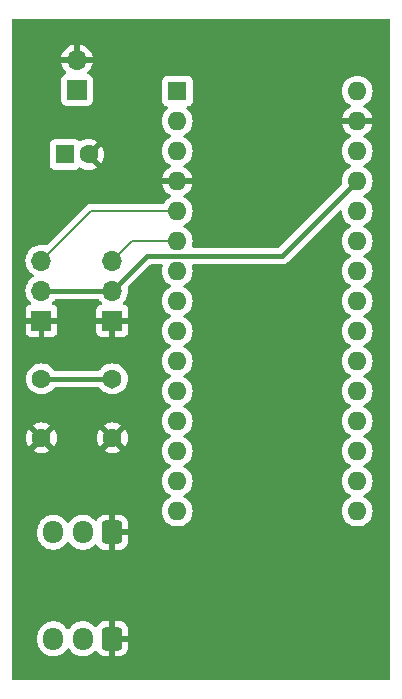
<source format=gtl>
G04 #@! TF.GenerationSoftware,KiCad,Pcbnew,8.0.4*
G04 #@! TF.CreationDate,2024-11-05T19:38:05-08:00*
G04 #@! TF.ProjectId,Engine Control Unit,456e6769-6e65-4204-936f-6e74726f6c20,rev?*
G04 #@! TF.SameCoordinates,Original*
G04 #@! TF.FileFunction,Copper,L1,Top*
G04 #@! TF.FilePolarity,Positive*
%FSLAX46Y46*%
G04 Gerber Fmt 4.6, Leading zero omitted, Abs format (unit mm)*
G04 Created by KiCad (PCBNEW 8.0.4) date 2024-11-05 19:38:05*
%MOMM*%
%LPD*%
G01*
G04 APERTURE LIST*
G04 Aperture macros list*
%AMRoundRect*
0 Rectangle with rounded corners*
0 $1 Rounding radius*
0 $2 $3 $4 $5 $6 $7 $8 $9 X,Y pos of 4 corners*
0 Add a 4 corners polygon primitive as box body*
4,1,4,$2,$3,$4,$5,$6,$7,$8,$9,$2,$3,0*
0 Add four circle primitives for the rounded corners*
1,1,$1+$1,$2,$3*
1,1,$1+$1,$4,$5*
1,1,$1+$1,$6,$7*
1,1,$1+$1,$8,$9*
0 Add four rect primitives between the rounded corners*
20,1,$1+$1,$2,$3,$4,$5,0*
20,1,$1+$1,$4,$5,$6,$7,0*
20,1,$1+$1,$6,$7,$8,$9,0*
20,1,$1+$1,$8,$9,$2,$3,0*%
G04 Aperture macros list end*
G04 #@! TA.AperFunction,ComponentPad*
%ADD10R,1.700000X1.700000*%
G04 #@! TD*
G04 #@! TA.AperFunction,ComponentPad*
%ADD11O,1.700000X1.700000*%
G04 #@! TD*
G04 #@! TA.AperFunction,ComponentPad*
%ADD12C,1.600000*%
G04 #@! TD*
G04 #@! TA.AperFunction,ComponentPad*
%ADD13R,1.600000X1.600000*%
G04 #@! TD*
G04 #@! TA.AperFunction,ComponentPad*
%ADD14RoundRect,0.250000X0.600000X0.725000X-0.600000X0.725000X-0.600000X-0.725000X0.600000X-0.725000X0*%
G04 #@! TD*
G04 #@! TA.AperFunction,ComponentPad*
%ADD15O,1.700000X1.950000*%
G04 #@! TD*
G04 #@! TA.AperFunction,ComponentPad*
%ADD16O,1.600000X1.600000*%
G04 #@! TD*
G04 #@! TA.AperFunction,Conductor*
%ADD17C,0.200000*%
G04 #@! TD*
G04 #@! TA.AperFunction,Conductor*
%ADD18C,0.400000*%
G04 #@! TD*
G04 #@! TA.AperFunction,Conductor*
%ADD19C,0.150000*%
G04 #@! TD*
G04 APERTURE END LIST*
D10*
X129000000Y-101080000D03*
D11*
X129000000Y-98540000D03*
X129000000Y-96000000D03*
D12*
X135000000Y-111000000D03*
X135000000Y-106000000D03*
D13*
X131000000Y-87000000D03*
D12*
X133000000Y-87000000D03*
D14*
X135000000Y-119000000D03*
D15*
X132500000Y-119000000D03*
X130000000Y-119000000D03*
D12*
X129000000Y-111000000D03*
X129000000Y-106000000D03*
D10*
X135000000Y-101080000D03*
D11*
X135000000Y-98540000D03*
X135000000Y-96000000D03*
D14*
X135000000Y-128000000D03*
D15*
X132500000Y-128000000D03*
X130000000Y-128000000D03*
D13*
X140500000Y-81640000D03*
D16*
X140500000Y-84180000D03*
X140500000Y-86720000D03*
X140500000Y-89260000D03*
X140500000Y-91800000D03*
X140500000Y-94340000D03*
X140500000Y-96880000D03*
X140500000Y-99420000D03*
X140500000Y-101960000D03*
X140500000Y-104500000D03*
X140500000Y-107040000D03*
X140500000Y-109580000D03*
X140500000Y-112120000D03*
X140500000Y-114660000D03*
X140500000Y-117200000D03*
X155740000Y-117200000D03*
X155740000Y-114660000D03*
X155740000Y-112120000D03*
X155740000Y-109580000D03*
X155740000Y-107040000D03*
X155740000Y-104500000D03*
X155740000Y-101960000D03*
X155740000Y-99420000D03*
X155740000Y-96880000D03*
X155740000Y-94340000D03*
X155740000Y-91800000D03*
X155740000Y-89260000D03*
X155740000Y-86720000D03*
X155740000Y-84180000D03*
X155740000Y-81640000D03*
D10*
X132000000Y-81540000D03*
D11*
X132000000Y-79000000D03*
D17*
X135000000Y-96000000D02*
X136660000Y-94340000D01*
X136660000Y-94340000D02*
X140500000Y-94340000D01*
X129000000Y-96000000D02*
X133200000Y-91800000D01*
X133200000Y-91800000D02*
X140500000Y-91800000D01*
D18*
X129000000Y-98540000D02*
X132250000Y-98540000D01*
X155740000Y-89260000D02*
X149400000Y-95600000D01*
D19*
X130000000Y-119000000D02*
X130002000Y-118998000D01*
D18*
X149400000Y-95600000D02*
X137940000Y-95600000D01*
X129000000Y-106000000D02*
X135000000Y-106000000D01*
D19*
X135000000Y-106750000D02*
X135000000Y-106000000D01*
D18*
X137940000Y-95600000D02*
X135000000Y-98540000D01*
X132250000Y-98540000D02*
X135000000Y-98540000D01*
G04 #@! TA.AperFunction,Conductor*
G36*
X158442539Y-75520185D02*
G01*
X158488294Y-75572989D01*
X158499500Y-75624500D01*
X158499500Y-131375500D01*
X158479815Y-131442539D01*
X158427011Y-131488294D01*
X158375500Y-131499500D01*
X126624500Y-131499500D01*
X126557461Y-131479815D01*
X126511706Y-131427011D01*
X126500500Y-131375500D01*
X126500500Y-127768713D01*
X128649500Y-127768713D01*
X128649500Y-128231287D01*
X128682754Y-128441243D01*
X128693722Y-128475000D01*
X128748444Y-128643414D01*
X128844951Y-128832820D01*
X128969890Y-129004786D01*
X129120213Y-129155109D01*
X129292179Y-129280048D01*
X129292181Y-129280049D01*
X129292184Y-129280051D01*
X129481588Y-129376557D01*
X129683757Y-129442246D01*
X129893713Y-129475500D01*
X129893714Y-129475500D01*
X130106286Y-129475500D01*
X130106287Y-129475500D01*
X130316243Y-129442246D01*
X130518412Y-129376557D01*
X130707816Y-129280051D01*
X130729789Y-129264086D01*
X130879786Y-129155109D01*
X130879788Y-129155106D01*
X130879792Y-129155104D01*
X131030104Y-129004792D01*
X131149683Y-128840204D01*
X131205011Y-128797540D01*
X131274624Y-128791561D01*
X131336420Y-128824166D01*
X131350313Y-128840199D01*
X131377552Y-128877690D01*
X131469896Y-129004792D01*
X131620213Y-129155109D01*
X131792179Y-129280048D01*
X131792181Y-129280049D01*
X131792184Y-129280051D01*
X131981588Y-129376557D01*
X132183757Y-129442246D01*
X132393713Y-129475500D01*
X132393714Y-129475500D01*
X132606286Y-129475500D01*
X132606287Y-129475500D01*
X132816243Y-129442246D01*
X133018412Y-129376557D01*
X133207816Y-129280051D01*
X133265141Y-129238402D01*
X133379784Y-129155110D01*
X133379784Y-129155109D01*
X133379792Y-129155104D01*
X133518967Y-129015928D01*
X133580286Y-128982446D01*
X133649978Y-128987430D01*
X133705912Y-129029301D01*
X133712184Y-129038515D01*
X133807684Y-129193345D01*
X133931654Y-129317315D01*
X134080875Y-129409356D01*
X134080880Y-129409358D01*
X134247302Y-129464505D01*
X134247309Y-129464506D01*
X134350019Y-129474999D01*
X134749999Y-129474999D01*
X134750000Y-129474998D01*
X134750000Y-128404145D01*
X134816657Y-128442630D01*
X134937465Y-128475000D01*
X135062535Y-128475000D01*
X135183343Y-128442630D01*
X135250000Y-128404145D01*
X135250000Y-129474999D01*
X135649972Y-129474999D01*
X135649986Y-129474998D01*
X135752697Y-129464505D01*
X135919119Y-129409358D01*
X135919124Y-129409356D01*
X136068345Y-129317315D01*
X136192315Y-129193345D01*
X136284356Y-129044124D01*
X136284358Y-129044119D01*
X136339505Y-128877697D01*
X136339506Y-128877690D01*
X136349999Y-128774986D01*
X136350000Y-128774973D01*
X136350000Y-128250000D01*
X135404146Y-128250000D01*
X135442630Y-128183343D01*
X135475000Y-128062535D01*
X135475000Y-127937465D01*
X135442630Y-127816657D01*
X135404146Y-127750000D01*
X136349999Y-127750000D01*
X136349999Y-127225028D01*
X136349998Y-127225013D01*
X136339505Y-127122302D01*
X136284358Y-126955880D01*
X136284356Y-126955875D01*
X136192315Y-126806654D01*
X136068345Y-126682684D01*
X135919124Y-126590643D01*
X135919119Y-126590641D01*
X135752697Y-126535494D01*
X135752690Y-126535493D01*
X135649986Y-126525000D01*
X135250000Y-126525000D01*
X135250000Y-127595854D01*
X135183343Y-127557370D01*
X135062535Y-127525000D01*
X134937465Y-127525000D01*
X134816657Y-127557370D01*
X134750000Y-127595854D01*
X134750000Y-126525000D01*
X134350028Y-126525000D01*
X134350012Y-126525001D01*
X134247302Y-126535494D01*
X134080880Y-126590641D01*
X134080875Y-126590643D01*
X133931654Y-126682684D01*
X133807683Y-126806655D01*
X133807680Y-126806659D01*
X133712183Y-126961484D01*
X133660235Y-127008209D01*
X133591273Y-127019430D01*
X133527191Y-126991587D01*
X133518964Y-126984068D01*
X133379786Y-126844890D01*
X133207820Y-126719951D01*
X133018414Y-126623444D01*
X133018413Y-126623443D01*
X133018412Y-126623443D01*
X132816243Y-126557754D01*
X132816241Y-126557753D01*
X132816240Y-126557753D01*
X132654957Y-126532208D01*
X132606287Y-126524500D01*
X132393713Y-126524500D01*
X132345042Y-126532208D01*
X132183760Y-126557753D01*
X131981585Y-126623444D01*
X131792179Y-126719951D01*
X131620213Y-126844890D01*
X131469894Y-126995209D01*
X131469890Y-126995214D01*
X131350318Y-127159793D01*
X131294989Y-127202459D01*
X131225375Y-127208438D01*
X131163580Y-127175833D01*
X131149682Y-127159793D01*
X131030109Y-126995214D01*
X131030105Y-126995209D01*
X130879786Y-126844890D01*
X130707820Y-126719951D01*
X130518414Y-126623444D01*
X130518413Y-126623443D01*
X130518412Y-126623443D01*
X130316243Y-126557754D01*
X130316241Y-126557753D01*
X130316240Y-126557753D01*
X130154957Y-126532208D01*
X130106287Y-126524500D01*
X129893713Y-126524500D01*
X129845042Y-126532208D01*
X129683760Y-126557753D01*
X129481585Y-126623444D01*
X129292179Y-126719951D01*
X129120213Y-126844890D01*
X128969890Y-126995213D01*
X128844951Y-127167179D01*
X128748444Y-127356585D01*
X128682753Y-127558760D01*
X128673069Y-127619905D01*
X128649500Y-127768713D01*
X126500500Y-127768713D01*
X126500500Y-118768713D01*
X128649500Y-118768713D01*
X128649500Y-119231287D01*
X128682754Y-119441243D01*
X128693722Y-119475000D01*
X128748444Y-119643414D01*
X128844951Y-119832820D01*
X128969890Y-120004786D01*
X129120213Y-120155109D01*
X129292179Y-120280048D01*
X129292181Y-120280049D01*
X129292184Y-120280051D01*
X129481588Y-120376557D01*
X129683757Y-120442246D01*
X129893713Y-120475500D01*
X129893714Y-120475500D01*
X130106286Y-120475500D01*
X130106287Y-120475500D01*
X130316243Y-120442246D01*
X130518412Y-120376557D01*
X130707816Y-120280051D01*
X130729789Y-120264086D01*
X130879786Y-120155109D01*
X130879788Y-120155106D01*
X130879792Y-120155104D01*
X131030104Y-120004792D01*
X131149683Y-119840204D01*
X131205011Y-119797540D01*
X131274624Y-119791561D01*
X131336420Y-119824166D01*
X131350313Y-119840199D01*
X131377552Y-119877690D01*
X131469896Y-120004792D01*
X131620213Y-120155109D01*
X131792179Y-120280048D01*
X131792181Y-120280049D01*
X131792184Y-120280051D01*
X131981588Y-120376557D01*
X132183757Y-120442246D01*
X132393713Y-120475500D01*
X132393714Y-120475500D01*
X132606286Y-120475500D01*
X132606287Y-120475500D01*
X132816243Y-120442246D01*
X133018412Y-120376557D01*
X133207816Y-120280051D01*
X133265141Y-120238402D01*
X133379784Y-120155110D01*
X133379784Y-120155109D01*
X133379792Y-120155104D01*
X133518967Y-120015928D01*
X133580286Y-119982446D01*
X133649978Y-119987430D01*
X133705912Y-120029301D01*
X133712184Y-120038515D01*
X133807684Y-120193345D01*
X133931654Y-120317315D01*
X134080875Y-120409356D01*
X134080880Y-120409358D01*
X134247302Y-120464505D01*
X134247309Y-120464506D01*
X134350019Y-120474999D01*
X134749999Y-120474999D01*
X134750000Y-120474998D01*
X134750000Y-119404145D01*
X134816657Y-119442630D01*
X134937465Y-119475000D01*
X135062535Y-119475000D01*
X135183343Y-119442630D01*
X135250000Y-119404145D01*
X135250000Y-120474999D01*
X135649972Y-120474999D01*
X135649986Y-120474998D01*
X135752697Y-120464505D01*
X135919119Y-120409358D01*
X135919124Y-120409356D01*
X136068345Y-120317315D01*
X136192315Y-120193345D01*
X136284356Y-120044124D01*
X136284358Y-120044119D01*
X136339505Y-119877697D01*
X136339506Y-119877690D01*
X136349999Y-119774986D01*
X136350000Y-119774973D01*
X136350000Y-119250000D01*
X135404146Y-119250000D01*
X135442630Y-119183343D01*
X135475000Y-119062535D01*
X135475000Y-118937465D01*
X135442630Y-118816657D01*
X135404146Y-118750000D01*
X136349999Y-118750000D01*
X136349999Y-118225028D01*
X136349998Y-118225013D01*
X136339505Y-118122302D01*
X136284358Y-117955880D01*
X136284356Y-117955875D01*
X136192315Y-117806654D01*
X136068345Y-117682684D01*
X135919124Y-117590643D01*
X135919119Y-117590641D01*
X135752697Y-117535494D01*
X135752690Y-117535493D01*
X135649986Y-117525000D01*
X135250000Y-117525000D01*
X135250000Y-118595854D01*
X135183343Y-118557370D01*
X135062535Y-118525000D01*
X134937465Y-118525000D01*
X134816657Y-118557370D01*
X134750000Y-118595854D01*
X134750000Y-117525000D01*
X134350028Y-117525000D01*
X134350012Y-117525001D01*
X134247302Y-117535494D01*
X134080880Y-117590641D01*
X134080875Y-117590643D01*
X133931654Y-117682684D01*
X133807683Y-117806655D01*
X133807680Y-117806659D01*
X133712183Y-117961484D01*
X133660235Y-118008209D01*
X133591273Y-118019430D01*
X133527191Y-117991587D01*
X133518964Y-117984068D01*
X133379786Y-117844890D01*
X133207820Y-117719951D01*
X133018414Y-117623444D01*
X133018413Y-117623443D01*
X133018412Y-117623443D01*
X132816243Y-117557754D01*
X132816241Y-117557753D01*
X132816240Y-117557753D01*
X132654957Y-117532208D01*
X132606287Y-117524500D01*
X132393713Y-117524500D01*
X132345042Y-117532208D01*
X132183760Y-117557753D01*
X131981585Y-117623444D01*
X131792179Y-117719951D01*
X131620213Y-117844890D01*
X131469894Y-117995209D01*
X131469890Y-117995214D01*
X131350318Y-118159793D01*
X131294989Y-118202459D01*
X131225375Y-118208438D01*
X131163580Y-118175833D01*
X131149682Y-118159793D01*
X131030109Y-117995214D01*
X131030105Y-117995209D01*
X130879786Y-117844890D01*
X130707820Y-117719951D01*
X130518414Y-117623444D01*
X130518413Y-117623443D01*
X130518412Y-117623443D01*
X130316243Y-117557754D01*
X130316241Y-117557753D01*
X130316240Y-117557753D01*
X130154957Y-117532208D01*
X130106287Y-117524500D01*
X129893713Y-117524500D01*
X129845042Y-117532208D01*
X129683760Y-117557753D01*
X129481585Y-117623444D01*
X129292179Y-117719951D01*
X129120213Y-117844890D01*
X128969890Y-117995213D01*
X128844951Y-118167179D01*
X128748444Y-118356585D01*
X128682753Y-118558760D01*
X128673069Y-118619905D01*
X128649500Y-118768713D01*
X126500500Y-118768713D01*
X126500500Y-110999997D01*
X127695034Y-110999997D01*
X127695034Y-111000002D01*
X127714858Y-111226599D01*
X127714860Y-111226610D01*
X127773730Y-111446317D01*
X127773735Y-111446331D01*
X127869863Y-111652478D01*
X127920974Y-111725472D01*
X128600000Y-111046446D01*
X128600000Y-111052661D01*
X128627259Y-111154394D01*
X128679920Y-111245606D01*
X128754394Y-111320080D01*
X128845606Y-111372741D01*
X128947339Y-111400000D01*
X128953553Y-111400000D01*
X128274526Y-112079025D01*
X128347513Y-112130132D01*
X128347521Y-112130136D01*
X128553668Y-112226264D01*
X128553682Y-112226269D01*
X128773389Y-112285139D01*
X128773400Y-112285141D01*
X128999998Y-112304966D01*
X129000002Y-112304966D01*
X129226599Y-112285141D01*
X129226610Y-112285139D01*
X129446317Y-112226269D01*
X129446331Y-112226264D01*
X129652478Y-112130136D01*
X129725471Y-112079024D01*
X129046447Y-111400000D01*
X129052661Y-111400000D01*
X129154394Y-111372741D01*
X129245606Y-111320080D01*
X129320080Y-111245606D01*
X129372741Y-111154394D01*
X129400000Y-111052661D01*
X129400000Y-111046447D01*
X130079024Y-111725471D01*
X130130136Y-111652478D01*
X130226264Y-111446331D01*
X130226269Y-111446317D01*
X130285139Y-111226610D01*
X130285141Y-111226599D01*
X130304966Y-111000002D01*
X130304966Y-110999997D01*
X133695034Y-110999997D01*
X133695034Y-111000002D01*
X133714858Y-111226599D01*
X133714860Y-111226610D01*
X133773730Y-111446317D01*
X133773735Y-111446331D01*
X133869863Y-111652478D01*
X133920974Y-111725472D01*
X134600000Y-111046446D01*
X134600000Y-111052661D01*
X134627259Y-111154394D01*
X134679920Y-111245606D01*
X134754394Y-111320080D01*
X134845606Y-111372741D01*
X134947339Y-111400000D01*
X134953553Y-111400000D01*
X134274526Y-112079025D01*
X134347513Y-112130132D01*
X134347521Y-112130136D01*
X134553668Y-112226264D01*
X134553682Y-112226269D01*
X134773389Y-112285139D01*
X134773400Y-112285141D01*
X134999998Y-112304966D01*
X135000002Y-112304966D01*
X135226599Y-112285141D01*
X135226610Y-112285139D01*
X135446317Y-112226269D01*
X135446331Y-112226264D01*
X135652478Y-112130136D01*
X135725471Y-112079024D01*
X135046447Y-111400000D01*
X135052661Y-111400000D01*
X135154394Y-111372741D01*
X135245606Y-111320080D01*
X135320080Y-111245606D01*
X135372741Y-111154394D01*
X135400000Y-111052661D01*
X135400000Y-111046447D01*
X136079024Y-111725471D01*
X136130136Y-111652478D01*
X136226264Y-111446331D01*
X136226269Y-111446317D01*
X136285139Y-111226610D01*
X136285141Y-111226599D01*
X136304966Y-111000002D01*
X136304966Y-110999997D01*
X136285141Y-110773400D01*
X136285139Y-110773389D01*
X136226269Y-110553682D01*
X136226264Y-110553668D01*
X136130136Y-110347521D01*
X136130132Y-110347513D01*
X136079025Y-110274526D01*
X135400000Y-110953551D01*
X135400000Y-110947339D01*
X135372741Y-110845606D01*
X135320080Y-110754394D01*
X135245606Y-110679920D01*
X135154394Y-110627259D01*
X135052661Y-110600000D01*
X135046448Y-110600000D01*
X135725472Y-109920974D01*
X135652478Y-109869863D01*
X135446331Y-109773735D01*
X135446317Y-109773730D01*
X135226610Y-109714860D01*
X135226599Y-109714858D01*
X135000002Y-109695034D01*
X134999998Y-109695034D01*
X134773400Y-109714858D01*
X134773389Y-109714860D01*
X134553682Y-109773730D01*
X134553673Y-109773734D01*
X134347516Y-109869866D01*
X134347512Y-109869868D01*
X134274526Y-109920973D01*
X134274526Y-109920974D01*
X134953553Y-110600000D01*
X134947339Y-110600000D01*
X134845606Y-110627259D01*
X134754394Y-110679920D01*
X134679920Y-110754394D01*
X134627259Y-110845606D01*
X134600000Y-110947339D01*
X134600000Y-110953552D01*
X133920974Y-110274526D01*
X133920973Y-110274526D01*
X133869868Y-110347512D01*
X133869866Y-110347516D01*
X133773734Y-110553673D01*
X133773730Y-110553682D01*
X133714860Y-110773389D01*
X133714858Y-110773400D01*
X133695034Y-110999997D01*
X130304966Y-110999997D01*
X130285141Y-110773400D01*
X130285139Y-110773389D01*
X130226269Y-110553682D01*
X130226264Y-110553668D01*
X130130136Y-110347521D01*
X130130132Y-110347513D01*
X130079025Y-110274526D01*
X129400000Y-110953551D01*
X129400000Y-110947339D01*
X129372741Y-110845606D01*
X129320080Y-110754394D01*
X129245606Y-110679920D01*
X129154394Y-110627259D01*
X129052661Y-110600000D01*
X129046448Y-110600000D01*
X129725472Y-109920974D01*
X129652478Y-109869863D01*
X129446331Y-109773735D01*
X129446317Y-109773730D01*
X129226610Y-109714860D01*
X129226599Y-109714858D01*
X129000002Y-109695034D01*
X128999998Y-109695034D01*
X128773400Y-109714858D01*
X128773389Y-109714860D01*
X128553682Y-109773730D01*
X128553673Y-109773734D01*
X128347516Y-109869866D01*
X128347512Y-109869868D01*
X128274526Y-109920973D01*
X128274526Y-109920974D01*
X128953553Y-110600000D01*
X128947339Y-110600000D01*
X128845606Y-110627259D01*
X128754394Y-110679920D01*
X128679920Y-110754394D01*
X128627259Y-110845606D01*
X128600000Y-110947339D01*
X128600000Y-110953552D01*
X127920974Y-110274526D01*
X127920973Y-110274526D01*
X127869868Y-110347512D01*
X127869866Y-110347516D01*
X127773734Y-110553673D01*
X127773730Y-110553682D01*
X127714860Y-110773389D01*
X127714858Y-110773400D01*
X127695034Y-110999997D01*
X126500500Y-110999997D01*
X126500500Y-105999998D01*
X127694532Y-105999998D01*
X127694532Y-106000001D01*
X127714364Y-106226686D01*
X127714366Y-106226697D01*
X127773258Y-106446488D01*
X127773261Y-106446497D01*
X127869431Y-106652732D01*
X127869432Y-106652734D01*
X127999954Y-106839141D01*
X128160858Y-107000045D01*
X128160861Y-107000047D01*
X128347266Y-107130568D01*
X128553504Y-107226739D01*
X128773308Y-107285635D01*
X128935230Y-107299801D01*
X128999998Y-107305468D01*
X129000000Y-107305468D01*
X129000002Y-107305468D01*
X129056673Y-107300509D01*
X129226692Y-107285635D01*
X129446496Y-107226739D01*
X129652734Y-107130568D01*
X129839139Y-107000047D01*
X130000047Y-106839139D01*
X130060098Y-106753377D01*
X130114675Y-106709752D01*
X130161673Y-106700500D01*
X133838327Y-106700500D01*
X133905366Y-106720185D01*
X133939902Y-106753377D01*
X133999954Y-106839141D01*
X134160858Y-107000045D01*
X134160861Y-107000047D01*
X134347266Y-107130568D01*
X134553504Y-107226739D01*
X134773308Y-107285635D01*
X134773323Y-107285636D01*
X134774233Y-107285797D01*
X134784788Y-107288136D01*
X134924234Y-107325500D01*
X134924237Y-107325500D01*
X135075764Y-107325500D01*
X135075766Y-107325500D01*
X135215201Y-107288138D01*
X135225765Y-107285798D01*
X135226682Y-107285635D01*
X135226692Y-107285635D01*
X135446496Y-107226739D01*
X135652734Y-107130568D01*
X135839139Y-107000047D01*
X136000047Y-106839139D01*
X136130568Y-106652734D01*
X136226739Y-106446496D01*
X136285635Y-106226692D01*
X136305468Y-106000000D01*
X136285635Y-105773308D01*
X136226739Y-105553504D01*
X136130568Y-105347266D01*
X136000047Y-105160861D01*
X136000045Y-105160858D01*
X135839141Y-104999954D01*
X135652734Y-104869432D01*
X135652732Y-104869431D01*
X135446497Y-104773261D01*
X135446488Y-104773258D01*
X135226697Y-104714366D01*
X135226693Y-104714365D01*
X135226692Y-104714365D01*
X135226691Y-104714364D01*
X135226686Y-104714364D01*
X135000002Y-104694532D01*
X134999998Y-104694532D01*
X134773313Y-104714364D01*
X134773302Y-104714366D01*
X134553511Y-104773258D01*
X134553502Y-104773261D01*
X134347267Y-104869431D01*
X134347265Y-104869432D01*
X134160858Y-104999954D01*
X133999954Y-105160858D01*
X133939902Y-105246623D01*
X133885325Y-105290248D01*
X133838327Y-105299500D01*
X130161673Y-105299500D01*
X130094634Y-105279815D01*
X130060098Y-105246623D01*
X130000045Y-105160858D01*
X129839141Y-104999954D01*
X129652734Y-104869432D01*
X129652732Y-104869431D01*
X129446497Y-104773261D01*
X129446488Y-104773258D01*
X129226697Y-104714366D01*
X129226693Y-104714365D01*
X129226692Y-104714365D01*
X129226691Y-104714364D01*
X129226686Y-104714364D01*
X129000002Y-104694532D01*
X128999998Y-104694532D01*
X128773313Y-104714364D01*
X128773302Y-104714366D01*
X128553511Y-104773258D01*
X128553502Y-104773261D01*
X128347267Y-104869431D01*
X128347265Y-104869432D01*
X128160858Y-104999954D01*
X127999954Y-105160858D01*
X127869432Y-105347265D01*
X127869431Y-105347267D01*
X127773261Y-105553502D01*
X127773258Y-105553511D01*
X127714366Y-105773302D01*
X127714364Y-105773313D01*
X127694532Y-105999998D01*
X126500500Y-105999998D01*
X126500500Y-95999999D01*
X127644341Y-95999999D01*
X127644341Y-96000000D01*
X127664936Y-96235403D01*
X127664938Y-96235413D01*
X127726094Y-96463655D01*
X127726096Y-96463659D01*
X127726097Y-96463663D01*
X127814527Y-96653302D01*
X127825965Y-96677830D01*
X127825967Y-96677834D01*
X127961501Y-96871395D01*
X127961506Y-96871402D01*
X128128597Y-97038493D01*
X128128603Y-97038498D01*
X128314158Y-97168425D01*
X128357783Y-97223002D01*
X128364977Y-97292500D01*
X128333454Y-97354855D01*
X128314158Y-97371575D01*
X128128597Y-97501505D01*
X127961505Y-97668597D01*
X127825965Y-97862169D01*
X127825964Y-97862171D01*
X127726098Y-98076335D01*
X127726094Y-98076344D01*
X127664938Y-98304586D01*
X127664936Y-98304596D01*
X127644341Y-98539999D01*
X127644341Y-98540000D01*
X127664936Y-98775403D01*
X127664938Y-98775413D01*
X127726094Y-99003655D01*
X127726096Y-99003659D01*
X127726097Y-99003663D01*
X127814527Y-99193302D01*
X127825965Y-99217830D01*
X127825967Y-99217834D01*
X127934281Y-99372521D01*
X127961501Y-99411396D01*
X127961506Y-99411402D01*
X128083818Y-99533714D01*
X128117303Y-99595037D01*
X128112319Y-99664729D01*
X128070447Y-99720662D01*
X128039471Y-99737577D01*
X127907912Y-99786646D01*
X127907906Y-99786649D01*
X127792812Y-99872809D01*
X127792809Y-99872812D01*
X127706649Y-99987906D01*
X127706645Y-99987913D01*
X127656403Y-100122620D01*
X127656401Y-100122627D01*
X127650000Y-100182155D01*
X127650000Y-100830000D01*
X128566988Y-100830000D01*
X128534075Y-100887007D01*
X128500000Y-101014174D01*
X128500000Y-101145826D01*
X128534075Y-101272993D01*
X128566988Y-101330000D01*
X127650000Y-101330000D01*
X127650000Y-101977844D01*
X127656401Y-102037372D01*
X127656403Y-102037379D01*
X127706645Y-102172086D01*
X127706649Y-102172093D01*
X127792809Y-102287187D01*
X127792812Y-102287190D01*
X127907906Y-102373350D01*
X127907913Y-102373354D01*
X128042620Y-102423596D01*
X128042627Y-102423598D01*
X128102155Y-102429999D01*
X128102172Y-102430000D01*
X128750000Y-102430000D01*
X128750000Y-101513012D01*
X128807007Y-101545925D01*
X128934174Y-101580000D01*
X129065826Y-101580000D01*
X129192993Y-101545925D01*
X129250000Y-101513012D01*
X129250000Y-102430000D01*
X129897828Y-102430000D01*
X129897844Y-102429999D01*
X129957372Y-102423598D01*
X129957379Y-102423596D01*
X130092086Y-102373354D01*
X130092093Y-102373350D01*
X130207187Y-102287190D01*
X130207190Y-102287187D01*
X130293350Y-102172093D01*
X130293354Y-102172086D01*
X130343596Y-102037379D01*
X130343598Y-102037372D01*
X130349999Y-101977844D01*
X130350000Y-101977827D01*
X130350000Y-101330000D01*
X129433012Y-101330000D01*
X129465925Y-101272993D01*
X129500000Y-101145826D01*
X129500000Y-101014174D01*
X129465925Y-100887007D01*
X129433012Y-100830000D01*
X130350000Y-100830000D01*
X130350000Y-100182172D01*
X130349999Y-100182155D01*
X130343598Y-100122627D01*
X130343596Y-100122620D01*
X130293354Y-99987913D01*
X130293350Y-99987906D01*
X130207190Y-99872812D01*
X130207187Y-99872809D01*
X130092093Y-99786649D01*
X130092088Y-99786646D01*
X129960528Y-99737577D01*
X129904595Y-99695705D01*
X129880178Y-99630241D01*
X129895030Y-99561968D01*
X129916175Y-99533720D01*
X130038495Y-99411401D01*
X130121136Y-99293376D01*
X130175713Y-99249752D01*
X130222711Y-99240500D01*
X132181007Y-99240500D01*
X133777289Y-99240500D01*
X133844328Y-99260185D01*
X133878864Y-99293377D01*
X133961503Y-99411399D01*
X133961504Y-99411400D01*
X133961505Y-99411401D01*
X134083819Y-99533715D01*
X134117303Y-99595036D01*
X134112319Y-99664728D01*
X134070448Y-99720662D01*
X134039471Y-99737577D01*
X133907912Y-99786646D01*
X133907906Y-99786649D01*
X133792812Y-99872809D01*
X133792809Y-99872812D01*
X133706649Y-99987906D01*
X133706645Y-99987913D01*
X133656403Y-100122620D01*
X133656401Y-100122627D01*
X133650000Y-100182155D01*
X133650000Y-100830000D01*
X134566988Y-100830000D01*
X134534075Y-100887007D01*
X134500000Y-101014174D01*
X134500000Y-101145826D01*
X134534075Y-101272993D01*
X134566988Y-101330000D01*
X133650000Y-101330000D01*
X133650000Y-101977844D01*
X133656401Y-102037372D01*
X133656403Y-102037379D01*
X133706645Y-102172086D01*
X133706649Y-102172093D01*
X133792809Y-102287187D01*
X133792812Y-102287190D01*
X133907906Y-102373350D01*
X133907913Y-102373354D01*
X134042620Y-102423596D01*
X134042627Y-102423598D01*
X134102155Y-102429999D01*
X134102172Y-102430000D01*
X134750000Y-102430000D01*
X134750000Y-101513012D01*
X134807007Y-101545925D01*
X134934174Y-101580000D01*
X135065826Y-101580000D01*
X135192993Y-101545925D01*
X135250000Y-101513012D01*
X135250000Y-102430000D01*
X135897828Y-102430000D01*
X135897844Y-102429999D01*
X135957372Y-102423598D01*
X135957379Y-102423596D01*
X136092086Y-102373354D01*
X136092093Y-102373350D01*
X136207187Y-102287190D01*
X136207190Y-102287187D01*
X136293350Y-102172093D01*
X136293354Y-102172086D01*
X136343596Y-102037379D01*
X136343598Y-102037372D01*
X136349999Y-101977844D01*
X136350000Y-101977827D01*
X136350000Y-101330000D01*
X135433012Y-101330000D01*
X135465925Y-101272993D01*
X135500000Y-101145826D01*
X135500000Y-101014174D01*
X135465925Y-100887007D01*
X135433012Y-100830000D01*
X136350000Y-100830000D01*
X136350000Y-100182172D01*
X136349999Y-100182155D01*
X136343598Y-100122627D01*
X136343596Y-100122620D01*
X136293354Y-99987913D01*
X136293350Y-99987906D01*
X136207190Y-99872812D01*
X136207187Y-99872809D01*
X136092093Y-99786649D01*
X136092088Y-99786646D01*
X135960528Y-99737577D01*
X135904595Y-99695705D01*
X135880178Y-99630241D01*
X135895030Y-99561968D01*
X135916175Y-99533720D01*
X136038495Y-99411401D01*
X136174035Y-99217830D01*
X136273903Y-99003663D01*
X136335063Y-98775408D01*
X136355659Y-98540000D01*
X136335063Y-98304592D01*
X136330558Y-98287779D01*
X136332219Y-98217932D01*
X136362649Y-98168006D01*
X138193838Y-96336819D01*
X138255161Y-96303334D01*
X138281519Y-96300500D01*
X139147299Y-96300500D01*
X139214338Y-96320185D01*
X139260093Y-96372989D01*
X139270037Y-96442147D01*
X139267074Y-96456593D01*
X139214366Y-96653302D01*
X139214364Y-96653313D01*
X139194532Y-96879998D01*
X139194532Y-96880001D01*
X139214364Y-97106686D01*
X139214366Y-97106697D01*
X139273258Y-97326488D01*
X139273261Y-97326497D01*
X139369431Y-97532732D01*
X139369432Y-97532734D01*
X139499954Y-97719141D01*
X139660858Y-97880045D01*
X139660861Y-97880047D01*
X139847266Y-98010568D01*
X139905275Y-98037618D01*
X139957714Y-98083791D01*
X139976866Y-98150984D01*
X139956650Y-98217865D01*
X139905275Y-98262382D01*
X139847267Y-98289431D01*
X139847265Y-98289432D01*
X139660858Y-98419954D01*
X139499954Y-98580858D01*
X139369432Y-98767265D01*
X139369431Y-98767267D01*
X139273261Y-98973502D01*
X139273258Y-98973511D01*
X139214366Y-99193302D01*
X139214364Y-99193313D01*
X139194532Y-99419998D01*
X139194532Y-99420001D01*
X139214364Y-99646686D01*
X139214366Y-99646697D01*
X139273258Y-99866488D01*
X139273261Y-99866497D01*
X139369431Y-100072732D01*
X139369432Y-100072734D01*
X139499954Y-100259141D01*
X139660858Y-100420045D01*
X139660861Y-100420047D01*
X139847266Y-100550568D01*
X139905275Y-100577618D01*
X139957714Y-100623791D01*
X139976866Y-100690984D01*
X139956650Y-100757865D01*
X139905275Y-100802382D01*
X139847267Y-100829431D01*
X139847265Y-100829432D01*
X139660858Y-100959954D01*
X139499954Y-101120858D01*
X139369432Y-101307265D01*
X139369431Y-101307267D01*
X139273261Y-101513502D01*
X139273258Y-101513511D01*
X139214366Y-101733302D01*
X139214364Y-101733313D01*
X139194532Y-101959998D01*
X139194532Y-101960001D01*
X139214364Y-102186686D01*
X139214366Y-102186697D01*
X139273258Y-102406488D01*
X139273261Y-102406497D01*
X139369431Y-102612732D01*
X139369432Y-102612734D01*
X139499954Y-102799141D01*
X139660858Y-102960045D01*
X139660861Y-102960047D01*
X139847266Y-103090568D01*
X139905275Y-103117618D01*
X139957714Y-103163791D01*
X139976866Y-103230984D01*
X139956650Y-103297865D01*
X139905275Y-103342382D01*
X139847267Y-103369431D01*
X139847265Y-103369432D01*
X139660858Y-103499954D01*
X139499954Y-103660858D01*
X139369432Y-103847265D01*
X139369431Y-103847267D01*
X139273261Y-104053502D01*
X139273258Y-104053511D01*
X139214366Y-104273302D01*
X139214364Y-104273313D01*
X139194532Y-104499998D01*
X139194532Y-104500001D01*
X139214364Y-104726686D01*
X139214366Y-104726697D01*
X139273258Y-104946488D01*
X139273261Y-104946497D01*
X139369431Y-105152732D01*
X139369432Y-105152734D01*
X139499954Y-105339141D01*
X139660858Y-105500045D01*
X139660861Y-105500047D01*
X139847266Y-105630568D01*
X139905275Y-105657618D01*
X139957714Y-105703791D01*
X139976866Y-105770984D01*
X139956650Y-105837865D01*
X139905275Y-105882382D01*
X139847267Y-105909431D01*
X139847265Y-105909432D01*
X139660858Y-106039954D01*
X139499954Y-106200858D01*
X139369432Y-106387265D01*
X139369431Y-106387267D01*
X139273261Y-106593502D01*
X139273258Y-106593511D01*
X139214366Y-106813302D01*
X139214364Y-106813313D01*
X139194532Y-107039998D01*
X139194532Y-107040001D01*
X139214364Y-107266686D01*
X139214366Y-107266697D01*
X139273258Y-107486488D01*
X139273261Y-107486497D01*
X139369431Y-107692732D01*
X139369432Y-107692734D01*
X139499954Y-107879141D01*
X139660858Y-108040045D01*
X139660861Y-108040047D01*
X139847266Y-108170568D01*
X139905275Y-108197618D01*
X139957714Y-108243791D01*
X139976866Y-108310984D01*
X139956650Y-108377865D01*
X139905275Y-108422382D01*
X139847267Y-108449431D01*
X139847265Y-108449432D01*
X139660858Y-108579954D01*
X139499954Y-108740858D01*
X139369432Y-108927265D01*
X139369431Y-108927267D01*
X139273261Y-109133502D01*
X139273258Y-109133511D01*
X139214366Y-109353302D01*
X139214364Y-109353313D01*
X139194532Y-109579998D01*
X139194532Y-109580001D01*
X139214364Y-109806686D01*
X139214366Y-109806697D01*
X139273258Y-110026488D01*
X139273261Y-110026497D01*
X139369431Y-110232732D01*
X139369432Y-110232734D01*
X139499954Y-110419141D01*
X139660858Y-110580045D01*
X139660861Y-110580047D01*
X139847266Y-110710568D01*
X139905275Y-110737618D01*
X139957714Y-110783791D01*
X139976866Y-110850984D01*
X139956650Y-110917865D01*
X139905275Y-110962382D01*
X139847267Y-110989431D01*
X139847265Y-110989432D01*
X139660858Y-111119954D01*
X139499954Y-111280858D01*
X139369432Y-111467265D01*
X139369431Y-111467267D01*
X139273261Y-111673502D01*
X139273258Y-111673511D01*
X139214366Y-111893302D01*
X139214364Y-111893313D01*
X139194532Y-112119998D01*
X139194532Y-112120001D01*
X139214364Y-112346686D01*
X139214366Y-112346697D01*
X139273258Y-112566488D01*
X139273261Y-112566497D01*
X139369431Y-112772732D01*
X139369432Y-112772734D01*
X139499954Y-112959141D01*
X139660858Y-113120045D01*
X139660861Y-113120047D01*
X139847266Y-113250568D01*
X139905275Y-113277618D01*
X139957714Y-113323791D01*
X139976866Y-113390984D01*
X139956650Y-113457865D01*
X139905275Y-113502382D01*
X139847267Y-113529431D01*
X139847265Y-113529432D01*
X139660858Y-113659954D01*
X139499954Y-113820858D01*
X139369432Y-114007265D01*
X139369431Y-114007267D01*
X139273261Y-114213502D01*
X139273258Y-114213511D01*
X139214366Y-114433302D01*
X139214364Y-114433313D01*
X139194532Y-114659998D01*
X139194532Y-114660001D01*
X139214364Y-114886686D01*
X139214366Y-114886697D01*
X139273258Y-115106488D01*
X139273261Y-115106497D01*
X139369431Y-115312732D01*
X139369432Y-115312734D01*
X139499954Y-115499141D01*
X139660858Y-115660045D01*
X139660861Y-115660047D01*
X139847266Y-115790568D01*
X139905275Y-115817618D01*
X139957714Y-115863791D01*
X139976866Y-115930984D01*
X139956650Y-115997865D01*
X139905275Y-116042382D01*
X139847267Y-116069431D01*
X139847265Y-116069432D01*
X139660858Y-116199954D01*
X139499954Y-116360858D01*
X139369432Y-116547265D01*
X139369431Y-116547267D01*
X139273261Y-116753502D01*
X139273258Y-116753511D01*
X139214366Y-116973302D01*
X139214364Y-116973313D01*
X139194532Y-117199998D01*
X139194532Y-117200001D01*
X139214364Y-117426686D01*
X139214366Y-117426697D01*
X139273258Y-117646488D01*
X139273261Y-117646497D01*
X139369431Y-117852732D01*
X139369432Y-117852734D01*
X139499954Y-118039141D01*
X139660858Y-118200045D01*
X139660861Y-118200047D01*
X139847266Y-118330568D01*
X140053504Y-118426739D01*
X140273308Y-118485635D01*
X140435230Y-118499801D01*
X140499998Y-118505468D01*
X140500000Y-118505468D01*
X140500002Y-118505468D01*
X140556673Y-118500509D01*
X140726692Y-118485635D01*
X140946496Y-118426739D01*
X141152734Y-118330568D01*
X141339139Y-118200047D01*
X141500047Y-118039139D01*
X141630568Y-117852734D01*
X141726739Y-117646496D01*
X141785635Y-117426692D01*
X141805468Y-117200000D01*
X141785635Y-116973308D01*
X141726739Y-116753504D01*
X141630568Y-116547266D01*
X141500047Y-116360861D01*
X141500045Y-116360858D01*
X141339141Y-116199954D01*
X141152734Y-116069432D01*
X141152728Y-116069429D01*
X141094725Y-116042382D01*
X141042285Y-115996210D01*
X141023133Y-115929017D01*
X141043348Y-115862135D01*
X141094725Y-115817618D01*
X141152734Y-115790568D01*
X141339139Y-115660047D01*
X141500047Y-115499139D01*
X141630568Y-115312734D01*
X141726739Y-115106496D01*
X141785635Y-114886692D01*
X141805468Y-114660000D01*
X141785635Y-114433308D01*
X141726739Y-114213504D01*
X141630568Y-114007266D01*
X141500047Y-113820861D01*
X141500045Y-113820858D01*
X141339141Y-113659954D01*
X141152734Y-113529432D01*
X141152728Y-113529429D01*
X141094725Y-113502382D01*
X141042285Y-113456210D01*
X141023133Y-113389017D01*
X141043348Y-113322135D01*
X141094725Y-113277618D01*
X141152734Y-113250568D01*
X141339139Y-113120047D01*
X141500047Y-112959139D01*
X141630568Y-112772734D01*
X141726739Y-112566496D01*
X141785635Y-112346692D01*
X141805468Y-112120000D01*
X141785635Y-111893308D01*
X141726739Y-111673504D01*
X141630568Y-111467266D01*
X141500047Y-111280861D01*
X141500045Y-111280858D01*
X141339141Y-111119954D01*
X141152734Y-110989432D01*
X141152728Y-110989429D01*
X141094725Y-110962382D01*
X141042285Y-110916210D01*
X141023133Y-110849017D01*
X141043348Y-110782135D01*
X141094725Y-110737618D01*
X141152734Y-110710568D01*
X141339139Y-110580047D01*
X141500047Y-110419139D01*
X141630568Y-110232734D01*
X141726739Y-110026496D01*
X141785635Y-109806692D01*
X141805468Y-109580000D01*
X141785635Y-109353308D01*
X141726739Y-109133504D01*
X141630568Y-108927266D01*
X141500047Y-108740861D01*
X141500045Y-108740858D01*
X141339141Y-108579954D01*
X141152734Y-108449432D01*
X141152728Y-108449429D01*
X141094725Y-108422382D01*
X141042285Y-108376210D01*
X141023133Y-108309017D01*
X141043348Y-108242135D01*
X141094725Y-108197618D01*
X141152734Y-108170568D01*
X141339139Y-108040047D01*
X141500047Y-107879139D01*
X141630568Y-107692734D01*
X141726739Y-107486496D01*
X141785635Y-107266692D01*
X141805468Y-107040000D01*
X141785635Y-106813308D01*
X141726739Y-106593504D01*
X141630568Y-106387266D01*
X141500047Y-106200861D01*
X141500045Y-106200858D01*
X141339141Y-106039954D01*
X141152734Y-105909432D01*
X141152728Y-105909429D01*
X141094725Y-105882382D01*
X141042285Y-105836210D01*
X141023133Y-105769017D01*
X141043348Y-105702135D01*
X141094725Y-105657618D01*
X141152734Y-105630568D01*
X141339139Y-105500047D01*
X141500047Y-105339139D01*
X141630568Y-105152734D01*
X141726739Y-104946496D01*
X141785635Y-104726692D01*
X141805468Y-104500000D01*
X141785635Y-104273308D01*
X141726739Y-104053504D01*
X141630568Y-103847266D01*
X141500047Y-103660861D01*
X141500045Y-103660858D01*
X141339141Y-103499954D01*
X141152734Y-103369432D01*
X141152728Y-103369429D01*
X141094725Y-103342382D01*
X141042285Y-103296210D01*
X141023133Y-103229017D01*
X141043348Y-103162135D01*
X141094725Y-103117618D01*
X141152734Y-103090568D01*
X141339139Y-102960047D01*
X141500047Y-102799139D01*
X141630568Y-102612734D01*
X141726739Y-102406496D01*
X141785635Y-102186692D01*
X141805468Y-101960000D01*
X141785635Y-101733308D01*
X141726739Y-101513504D01*
X141630568Y-101307266D01*
X141500047Y-101120861D01*
X141500045Y-101120858D01*
X141339141Y-100959954D01*
X141152734Y-100829432D01*
X141152728Y-100829429D01*
X141094725Y-100802382D01*
X141042285Y-100756210D01*
X141023133Y-100689017D01*
X141043348Y-100622135D01*
X141094725Y-100577618D01*
X141152734Y-100550568D01*
X141339139Y-100420047D01*
X141500047Y-100259139D01*
X141630568Y-100072734D01*
X141726739Y-99866496D01*
X141785635Y-99646692D01*
X141805468Y-99420000D01*
X141785635Y-99193308D01*
X141726739Y-98973504D01*
X141630568Y-98767266D01*
X141500047Y-98580861D01*
X141500045Y-98580858D01*
X141339141Y-98419954D01*
X141152734Y-98289432D01*
X141152728Y-98289429D01*
X141094725Y-98262382D01*
X141042285Y-98216210D01*
X141023133Y-98149017D01*
X141043348Y-98082135D01*
X141094725Y-98037618D01*
X141152734Y-98010568D01*
X141339139Y-97880047D01*
X141500047Y-97719139D01*
X141630568Y-97532734D01*
X141726739Y-97326496D01*
X141785635Y-97106692D01*
X141805468Y-96880000D01*
X141785635Y-96653308D01*
X141757891Y-96549767D01*
X141732926Y-96456593D01*
X141734589Y-96386743D01*
X141773752Y-96328881D01*
X141837980Y-96301377D01*
X141852701Y-96300500D01*
X149468996Y-96300500D01*
X149560040Y-96282389D01*
X149604328Y-96273580D01*
X149716138Y-96227267D01*
X149731807Y-96220777D01*
X149731808Y-96220776D01*
X149731811Y-96220775D01*
X149846543Y-96144114D01*
X154226881Y-91763774D01*
X154288202Y-91730291D01*
X154357894Y-91735275D01*
X154413827Y-91777147D01*
X154438088Y-91840649D01*
X154454364Y-92026687D01*
X154454366Y-92026697D01*
X154513258Y-92246488D01*
X154513261Y-92246497D01*
X154609431Y-92452732D01*
X154609432Y-92452734D01*
X154739954Y-92639141D01*
X154900858Y-92800045D01*
X154900861Y-92800047D01*
X155087266Y-92930568D01*
X155145275Y-92957618D01*
X155197714Y-93003791D01*
X155216866Y-93070984D01*
X155196650Y-93137865D01*
X155145275Y-93182382D01*
X155087267Y-93209431D01*
X155087265Y-93209432D01*
X154900858Y-93339954D01*
X154739954Y-93500858D01*
X154609432Y-93687265D01*
X154609431Y-93687267D01*
X154513261Y-93893502D01*
X154513258Y-93893511D01*
X154454366Y-94113302D01*
X154454364Y-94113313D01*
X154434532Y-94339998D01*
X154434532Y-94340001D01*
X154454364Y-94566686D01*
X154454366Y-94566697D01*
X154513258Y-94786488D01*
X154513261Y-94786497D01*
X154609431Y-94992732D01*
X154609432Y-94992734D01*
X154739954Y-95179141D01*
X154900858Y-95340045D01*
X154900861Y-95340047D01*
X155087266Y-95470568D01*
X155145275Y-95497618D01*
X155197714Y-95543791D01*
X155216866Y-95610984D01*
X155196650Y-95677865D01*
X155145275Y-95722382D01*
X155087267Y-95749431D01*
X155087265Y-95749432D01*
X154900858Y-95879954D01*
X154739954Y-96040858D01*
X154609432Y-96227265D01*
X154609431Y-96227267D01*
X154513261Y-96433502D01*
X154513258Y-96433511D01*
X154454366Y-96653302D01*
X154454364Y-96653313D01*
X154434532Y-96879998D01*
X154434532Y-96880001D01*
X154454364Y-97106686D01*
X154454366Y-97106697D01*
X154513258Y-97326488D01*
X154513261Y-97326497D01*
X154609431Y-97532732D01*
X154609432Y-97532734D01*
X154739954Y-97719141D01*
X154900858Y-97880045D01*
X154900861Y-97880047D01*
X155087266Y-98010568D01*
X155145275Y-98037618D01*
X155197714Y-98083791D01*
X155216866Y-98150984D01*
X155196650Y-98217865D01*
X155145275Y-98262382D01*
X155087267Y-98289431D01*
X155087265Y-98289432D01*
X154900858Y-98419954D01*
X154739954Y-98580858D01*
X154609432Y-98767265D01*
X154609431Y-98767267D01*
X154513261Y-98973502D01*
X154513258Y-98973511D01*
X154454366Y-99193302D01*
X154454364Y-99193313D01*
X154434532Y-99419998D01*
X154434532Y-99420001D01*
X154454364Y-99646686D01*
X154454366Y-99646697D01*
X154513258Y-99866488D01*
X154513261Y-99866497D01*
X154609431Y-100072732D01*
X154609432Y-100072734D01*
X154739954Y-100259141D01*
X154900858Y-100420045D01*
X154900861Y-100420047D01*
X155087266Y-100550568D01*
X155145275Y-100577618D01*
X155197714Y-100623791D01*
X155216866Y-100690984D01*
X155196650Y-100757865D01*
X155145275Y-100802382D01*
X155087267Y-100829431D01*
X155087265Y-100829432D01*
X154900858Y-100959954D01*
X154739954Y-101120858D01*
X154609432Y-101307265D01*
X154609431Y-101307267D01*
X154513261Y-101513502D01*
X154513258Y-101513511D01*
X154454366Y-101733302D01*
X154454364Y-101733313D01*
X154434532Y-101959998D01*
X154434532Y-101960001D01*
X154454364Y-102186686D01*
X154454366Y-102186697D01*
X154513258Y-102406488D01*
X154513261Y-102406497D01*
X154609431Y-102612732D01*
X154609432Y-102612734D01*
X154739954Y-102799141D01*
X154900858Y-102960045D01*
X154900861Y-102960047D01*
X155087266Y-103090568D01*
X155145275Y-103117618D01*
X155197714Y-103163791D01*
X155216866Y-103230984D01*
X155196650Y-103297865D01*
X155145275Y-103342382D01*
X155087267Y-103369431D01*
X155087265Y-103369432D01*
X154900858Y-103499954D01*
X154739954Y-103660858D01*
X154609432Y-103847265D01*
X154609431Y-103847267D01*
X154513261Y-104053502D01*
X154513258Y-104053511D01*
X154454366Y-104273302D01*
X154454364Y-104273313D01*
X154434532Y-104499998D01*
X154434532Y-104500001D01*
X154454364Y-104726686D01*
X154454366Y-104726697D01*
X154513258Y-104946488D01*
X154513261Y-104946497D01*
X154609431Y-105152732D01*
X154609432Y-105152734D01*
X154739954Y-105339141D01*
X154900858Y-105500045D01*
X154900861Y-105500047D01*
X155087266Y-105630568D01*
X155145275Y-105657618D01*
X155197714Y-105703791D01*
X155216866Y-105770984D01*
X155196650Y-105837865D01*
X155145275Y-105882382D01*
X155087267Y-105909431D01*
X155087265Y-105909432D01*
X154900858Y-106039954D01*
X154739954Y-106200858D01*
X154609432Y-106387265D01*
X154609431Y-106387267D01*
X154513261Y-106593502D01*
X154513258Y-106593511D01*
X154454366Y-106813302D01*
X154454364Y-106813313D01*
X154434532Y-107039998D01*
X154434532Y-107040001D01*
X154454364Y-107266686D01*
X154454366Y-107266697D01*
X154513258Y-107486488D01*
X154513261Y-107486497D01*
X154609431Y-107692732D01*
X154609432Y-107692734D01*
X154739954Y-107879141D01*
X154900858Y-108040045D01*
X154900861Y-108040047D01*
X155087266Y-108170568D01*
X155145275Y-108197618D01*
X155197714Y-108243791D01*
X155216866Y-108310984D01*
X155196650Y-108377865D01*
X155145275Y-108422382D01*
X155087267Y-108449431D01*
X155087265Y-108449432D01*
X154900858Y-108579954D01*
X154739954Y-108740858D01*
X154609432Y-108927265D01*
X154609431Y-108927267D01*
X154513261Y-109133502D01*
X154513258Y-109133511D01*
X154454366Y-109353302D01*
X154454364Y-109353313D01*
X154434532Y-109579998D01*
X154434532Y-109580001D01*
X154454364Y-109806686D01*
X154454366Y-109806697D01*
X154513258Y-110026488D01*
X154513261Y-110026497D01*
X154609431Y-110232732D01*
X154609432Y-110232734D01*
X154739954Y-110419141D01*
X154900858Y-110580045D01*
X154900861Y-110580047D01*
X155087266Y-110710568D01*
X155145275Y-110737618D01*
X155197714Y-110783791D01*
X155216866Y-110850984D01*
X155196650Y-110917865D01*
X155145275Y-110962382D01*
X155087267Y-110989431D01*
X155087265Y-110989432D01*
X154900858Y-111119954D01*
X154739954Y-111280858D01*
X154609432Y-111467265D01*
X154609431Y-111467267D01*
X154513261Y-111673502D01*
X154513258Y-111673511D01*
X154454366Y-111893302D01*
X154454364Y-111893313D01*
X154434532Y-112119998D01*
X154434532Y-112120001D01*
X154454364Y-112346686D01*
X154454366Y-112346697D01*
X154513258Y-112566488D01*
X154513261Y-112566497D01*
X154609431Y-112772732D01*
X154609432Y-112772734D01*
X154739954Y-112959141D01*
X154900858Y-113120045D01*
X154900861Y-113120047D01*
X155087266Y-113250568D01*
X155145275Y-113277618D01*
X155197714Y-113323791D01*
X155216866Y-113390984D01*
X155196650Y-113457865D01*
X155145275Y-113502382D01*
X155087267Y-113529431D01*
X155087265Y-113529432D01*
X154900858Y-113659954D01*
X154739954Y-113820858D01*
X154609432Y-114007265D01*
X154609431Y-114007267D01*
X154513261Y-114213502D01*
X154513258Y-114213511D01*
X154454366Y-114433302D01*
X154454364Y-114433313D01*
X154434532Y-114659998D01*
X154434532Y-114660001D01*
X154454364Y-114886686D01*
X154454366Y-114886697D01*
X154513258Y-115106488D01*
X154513261Y-115106497D01*
X154609431Y-115312732D01*
X154609432Y-115312734D01*
X154739954Y-115499141D01*
X154900858Y-115660045D01*
X154900861Y-115660047D01*
X155087266Y-115790568D01*
X155145275Y-115817618D01*
X155197714Y-115863791D01*
X155216866Y-115930984D01*
X155196650Y-115997865D01*
X155145275Y-116042382D01*
X155087267Y-116069431D01*
X155087265Y-116069432D01*
X154900858Y-116199954D01*
X154739954Y-116360858D01*
X154609432Y-116547265D01*
X154609431Y-116547267D01*
X154513261Y-116753502D01*
X154513258Y-116753511D01*
X154454366Y-116973302D01*
X154454364Y-116973313D01*
X154434532Y-117199998D01*
X154434532Y-117200001D01*
X154454364Y-117426686D01*
X154454366Y-117426697D01*
X154513258Y-117646488D01*
X154513261Y-117646497D01*
X154609431Y-117852732D01*
X154609432Y-117852734D01*
X154739954Y-118039141D01*
X154900858Y-118200045D01*
X154900861Y-118200047D01*
X155087266Y-118330568D01*
X155293504Y-118426739D01*
X155513308Y-118485635D01*
X155675230Y-118499801D01*
X155739998Y-118505468D01*
X155740000Y-118505468D01*
X155740002Y-118505468D01*
X155796673Y-118500509D01*
X155966692Y-118485635D01*
X156186496Y-118426739D01*
X156392734Y-118330568D01*
X156579139Y-118200047D01*
X156740047Y-118039139D01*
X156870568Y-117852734D01*
X156966739Y-117646496D01*
X157025635Y-117426692D01*
X157045468Y-117200000D01*
X157025635Y-116973308D01*
X156966739Y-116753504D01*
X156870568Y-116547266D01*
X156740047Y-116360861D01*
X156740045Y-116360858D01*
X156579141Y-116199954D01*
X156392734Y-116069432D01*
X156392728Y-116069429D01*
X156334725Y-116042382D01*
X156282285Y-115996210D01*
X156263133Y-115929017D01*
X156283348Y-115862135D01*
X156334725Y-115817618D01*
X156392734Y-115790568D01*
X156579139Y-115660047D01*
X156740047Y-115499139D01*
X156870568Y-115312734D01*
X156966739Y-115106496D01*
X157025635Y-114886692D01*
X157045468Y-114660000D01*
X157025635Y-114433308D01*
X156966739Y-114213504D01*
X156870568Y-114007266D01*
X156740047Y-113820861D01*
X156740045Y-113820858D01*
X156579141Y-113659954D01*
X156392734Y-113529432D01*
X156392728Y-113529429D01*
X156334725Y-113502382D01*
X156282285Y-113456210D01*
X156263133Y-113389017D01*
X156283348Y-113322135D01*
X156334725Y-113277618D01*
X156392734Y-113250568D01*
X156579139Y-113120047D01*
X156740047Y-112959139D01*
X156870568Y-112772734D01*
X156966739Y-112566496D01*
X157025635Y-112346692D01*
X157045468Y-112120000D01*
X157025635Y-111893308D01*
X156966739Y-111673504D01*
X156870568Y-111467266D01*
X156740047Y-111280861D01*
X156740045Y-111280858D01*
X156579141Y-111119954D01*
X156392734Y-110989432D01*
X156392728Y-110989429D01*
X156334725Y-110962382D01*
X156282285Y-110916210D01*
X156263133Y-110849017D01*
X156283348Y-110782135D01*
X156334725Y-110737618D01*
X156392734Y-110710568D01*
X156579139Y-110580047D01*
X156740047Y-110419139D01*
X156870568Y-110232734D01*
X156966739Y-110026496D01*
X157025635Y-109806692D01*
X157045468Y-109580000D01*
X157025635Y-109353308D01*
X156966739Y-109133504D01*
X156870568Y-108927266D01*
X156740047Y-108740861D01*
X156740045Y-108740858D01*
X156579141Y-108579954D01*
X156392734Y-108449432D01*
X156392728Y-108449429D01*
X156334725Y-108422382D01*
X156282285Y-108376210D01*
X156263133Y-108309017D01*
X156283348Y-108242135D01*
X156334725Y-108197618D01*
X156392734Y-108170568D01*
X156579139Y-108040047D01*
X156740047Y-107879139D01*
X156870568Y-107692734D01*
X156966739Y-107486496D01*
X157025635Y-107266692D01*
X157045468Y-107040000D01*
X157025635Y-106813308D01*
X156966739Y-106593504D01*
X156870568Y-106387266D01*
X156740047Y-106200861D01*
X156740045Y-106200858D01*
X156579141Y-106039954D01*
X156392734Y-105909432D01*
X156392728Y-105909429D01*
X156334725Y-105882382D01*
X156282285Y-105836210D01*
X156263133Y-105769017D01*
X156283348Y-105702135D01*
X156334725Y-105657618D01*
X156392734Y-105630568D01*
X156579139Y-105500047D01*
X156740047Y-105339139D01*
X156870568Y-105152734D01*
X156966739Y-104946496D01*
X157025635Y-104726692D01*
X157045468Y-104500000D01*
X157025635Y-104273308D01*
X156966739Y-104053504D01*
X156870568Y-103847266D01*
X156740047Y-103660861D01*
X156740045Y-103660858D01*
X156579141Y-103499954D01*
X156392734Y-103369432D01*
X156392728Y-103369429D01*
X156334725Y-103342382D01*
X156282285Y-103296210D01*
X156263133Y-103229017D01*
X156283348Y-103162135D01*
X156334725Y-103117618D01*
X156392734Y-103090568D01*
X156579139Y-102960047D01*
X156740047Y-102799139D01*
X156870568Y-102612734D01*
X156966739Y-102406496D01*
X157025635Y-102186692D01*
X157045468Y-101960000D01*
X157025635Y-101733308D01*
X156966739Y-101513504D01*
X156870568Y-101307266D01*
X156740047Y-101120861D01*
X156740045Y-101120858D01*
X156579141Y-100959954D01*
X156392734Y-100829432D01*
X156392728Y-100829429D01*
X156334725Y-100802382D01*
X156282285Y-100756210D01*
X156263133Y-100689017D01*
X156283348Y-100622135D01*
X156334725Y-100577618D01*
X156392734Y-100550568D01*
X156579139Y-100420047D01*
X156740047Y-100259139D01*
X156870568Y-100072734D01*
X156966739Y-99866496D01*
X157025635Y-99646692D01*
X157045468Y-99420000D01*
X157025635Y-99193308D01*
X156966739Y-98973504D01*
X156870568Y-98767266D01*
X156740047Y-98580861D01*
X156740045Y-98580858D01*
X156579141Y-98419954D01*
X156392734Y-98289432D01*
X156392728Y-98289429D01*
X156334725Y-98262382D01*
X156282285Y-98216210D01*
X156263133Y-98149017D01*
X156283348Y-98082135D01*
X156334725Y-98037618D01*
X156392734Y-98010568D01*
X156579139Y-97880047D01*
X156740047Y-97719139D01*
X156870568Y-97532734D01*
X156966739Y-97326496D01*
X157025635Y-97106692D01*
X157045468Y-96880000D01*
X157025635Y-96653308D01*
X156966739Y-96433504D01*
X156870568Y-96227266D01*
X156740047Y-96040861D01*
X156740045Y-96040858D01*
X156579141Y-95879954D01*
X156392734Y-95749432D01*
X156392728Y-95749429D01*
X156334725Y-95722382D01*
X156282285Y-95676210D01*
X156263133Y-95609017D01*
X156283348Y-95542135D01*
X156334725Y-95497618D01*
X156392734Y-95470568D01*
X156579139Y-95340047D01*
X156740047Y-95179139D01*
X156870568Y-94992734D01*
X156966739Y-94786496D01*
X157025635Y-94566692D01*
X157045468Y-94340000D01*
X157025635Y-94113308D01*
X156966739Y-93893504D01*
X156870568Y-93687266D01*
X156740047Y-93500861D01*
X156740045Y-93500858D01*
X156579141Y-93339954D01*
X156392734Y-93209432D01*
X156392728Y-93209429D01*
X156334725Y-93182382D01*
X156282285Y-93136210D01*
X156263133Y-93069017D01*
X156283348Y-93002135D01*
X156334725Y-92957618D01*
X156392734Y-92930568D01*
X156579139Y-92800047D01*
X156740047Y-92639139D01*
X156870568Y-92452734D01*
X156966739Y-92246496D01*
X157025635Y-92026692D01*
X157045468Y-91800000D01*
X157025635Y-91573308D01*
X156966739Y-91353504D01*
X156870568Y-91147266D01*
X156740047Y-90960861D01*
X156740045Y-90960858D01*
X156579141Y-90799954D01*
X156392734Y-90669432D01*
X156392728Y-90669429D01*
X156334725Y-90642382D01*
X156282285Y-90596210D01*
X156263133Y-90529017D01*
X156283348Y-90462135D01*
X156334725Y-90417618D01*
X156335319Y-90417341D01*
X156392734Y-90390568D01*
X156579139Y-90260047D01*
X156740047Y-90099139D01*
X156870568Y-89912734D01*
X156966739Y-89706496D01*
X157025635Y-89486692D01*
X157045468Y-89260000D01*
X157025635Y-89033308D01*
X156966739Y-88813504D01*
X156870568Y-88607266D01*
X156740047Y-88420861D01*
X156740045Y-88420858D01*
X156579141Y-88259954D01*
X156392734Y-88129432D01*
X156392728Y-88129429D01*
X156365038Y-88116517D01*
X156334724Y-88102381D01*
X156282285Y-88056210D01*
X156263133Y-87989017D01*
X156283348Y-87922135D01*
X156334725Y-87877618D01*
X156392734Y-87850568D01*
X156579139Y-87720047D01*
X156740047Y-87559139D01*
X156870568Y-87372734D01*
X156966739Y-87166496D01*
X157025635Y-86946692D01*
X157045468Y-86720000D01*
X157041961Y-86679920D01*
X157025635Y-86493313D01*
X157025635Y-86493308D01*
X156966739Y-86273504D01*
X156870568Y-86067266D01*
X156740047Y-85880861D01*
X156740045Y-85880858D01*
X156579141Y-85719954D01*
X156392734Y-85589432D01*
X156392732Y-85589431D01*
X156334725Y-85562382D01*
X156334132Y-85562105D01*
X156281694Y-85515934D01*
X156262542Y-85448740D01*
X156282758Y-85381859D01*
X156334134Y-85337341D01*
X156392484Y-85310132D01*
X156578820Y-85179657D01*
X156739657Y-85018820D01*
X156870134Y-84832482D01*
X156966265Y-84626326D01*
X156966269Y-84626317D01*
X157018872Y-84430000D01*
X156173012Y-84430000D01*
X156205925Y-84372993D01*
X156240000Y-84245826D01*
X156240000Y-84114174D01*
X156205925Y-83987007D01*
X156173012Y-83930000D01*
X157018872Y-83930000D01*
X157018872Y-83929999D01*
X156966269Y-83733682D01*
X156966265Y-83733673D01*
X156870134Y-83527517D01*
X156739657Y-83341179D01*
X156578820Y-83180342D01*
X156392482Y-83049865D01*
X156334133Y-83022657D01*
X156281694Y-82976484D01*
X156262542Y-82909291D01*
X156282758Y-82842410D01*
X156334129Y-82797895D01*
X156392734Y-82770568D01*
X156579139Y-82640047D01*
X156740047Y-82479139D01*
X156870568Y-82292734D01*
X156966739Y-82086496D01*
X157025635Y-81866692D01*
X157045468Y-81640000D01*
X157025635Y-81413308D01*
X156966739Y-81193504D01*
X156870568Y-80987266D01*
X156740047Y-80800861D01*
X156740045Y-80800858D01*
X156579141Y-80639954D01*
X156392734Y-80509432D01*
X156392732Y-80509431D01*
X156186497Y-80413261D01*
X156186488Y-80413258D01*
X155966697Y-80354366D01*
X155966693Y-80354365D01*
X155966692Y-80354365D01*
X155966691Y-80354364D01*
X155966686Y-80354364D01*
X155740002Y-80334532D01*
X155739998Y-80334532D01*
X155513313Y-80354364D01*
X155513302Y-80354366D01*
X155293511Y-80413258D01*
X155293502Y-80413261D01*
X155087267Y-80509431D01*
X155087265Y-80509432D01*
X154900858Y-80639954D01*
X154739954Y-80800858D01*
X154609432Y-80987265D01*
X154609431Y-80987267D01*
X154513261Y-81193502D01*
X154513258Y-81193511D01*
X154454366Y-81413302D01*
X154454364Y-81413313D01*
X154434532Y-81639998D01*
X154434532Y-81640001D01*
X154454364Y-81866686D01*
X154454366Y-81866697D01*
X154513258Y-82086488D01*
X154513261Y-82086497D01*
X154609431Y-82292732D01*
X154609432Y-82292734D01*
X154739954Y-82479141D01*
X154900858Y-82640045D01*
X154900861Y-82640047D01*
X155087266Y-82770568D01*
X155145865Y-82797893D01*
X155198305Y-82844065D01*
X155217457Y-82911258D01*
X155197242Y-82978139D01*
X155145867Y-83022657D01*
X155087515Y-83049867D01*
X154901179Y-83180342D01*
X154740342Y-83341179D01*
X154609865Y-83527517D01*
X154513734Y-83733673D01*
X154513730Y-83733682D01*
X154461127Y-83929999D01*
X154461128Y-83930000D01*
X155306988Y-83930000D01*
X155274075Y-83987007D01*
X155240000Y-84114174D01*
X155240000Y-84245826D01*
X155274075Y-84372993D01*
X155306988Y-84430000D01*
X154461128Y-84430000D01*
X154513730Y-84626317D01*
X154513734Y-84626326D01*
X154609865Y-84832482D01*
X154740342Y-85018820D01*
X154901179Y-85179657D01*
X155087518Y-85310134D01*
X155087520Y-85310135D01*
X155145865Y-85337342D01*
X155198305Y-85383514D01*
X155217457Y-85450707D01*
X155197242Y-85517589D01*
X155145867Y-85562105D01*
X155087268Y-85589431D01*
X155087264Y-85589433D01*
X154900858Y-85719954D01*
X154739954Y-85880858D01*
X154609432Y-86067265D01*
X154609431Y-86067267D01*
X154513261Y-86273502D01*
X154513258Y-86273511D01*
X154454366Y-86493302D01*
X154454364Y-86493313D01*
X154434532Y-86719998D01*
X154434532Y-86720001D01*
X154454364Y-86946686D01*
X154454366Y-86946697D01*
X154513258Y-87166488D01*
X154513261Y-87166497D01*
X154609431Y-87372732D01*
X154609432Y-87372734D01*
X154739954Y-87559141D01*
X154900858Y-87720045D01*
X154900861Y-87720047D01*
X155087266Y-87850568D01*
X155145275Y-87877618D01*
X155197714Y-87923791D01*
X155216866Y-87990984D01*
X155196650Y-88057865D01*
X155145275Y-88102381D01*
X155128272Y-88110310D01*
X155087267Y-88129431D01*
X155087265Y-88129432D01*
X154900858Y-88259954D01*
X154739954Y-88420858D01*
X154609432Y-88607265D01*
X154609431Y-88607267D01*
X154513261Y-88813502D01*
X154513258Y-88813511D01*
X154454366Y-89033302D01*
X154454364Y-89033313D01*
X154434532Y-89259998D01*
X154434532Y-89260001D01*
X154454819Y-89491881D01*
X154441052Y-89560381D01*
X154418972Y-89590369D01*
X149146162Y-94863181D01*
X149084839Y-94896666D01*
X149058481Y-94899500D01*
X141858060Y-94899500D01*
X141791021Y-94879815D01*
X141745266Y-94827011D01*
X141735322Y-94757853D01*
X141738285Y-94743407D01*
X141764829Y-94644341D01*
X141785635Y-94566692D01*
X141805468Y-94340000D01*
X141785635Y-94113308D01*
X141726739Y-93893504D01*
X141630568Y-93687266D01*
X141500047Y-93500861D01*
X141500045Y-93500858D01*
X141339141Y-93339954D01*
X141152734Y-93209432D01*
X141152728Y-93209429D01*
X141094725Y-93182382D01*
X141042285Y-93136210D01*
X141023133Y-93069017D01*
X141043348Y-93002135D01*
X141094725Y-92957618D01*
X141152734Y-92930568D01*
X141339139Y-92800047D01*
X141500047Y-92639139D01*
X141630568Y-92452734D01*
X141726739Y-92246496D01*
X141785635Y-92026692D01*
X141805468Y-91800000D01*
X141785635Y-91573308D01*
X141726739Y-91353504D01*
X141630568Y-91147266D01*
X141500047Y-90960861D01*
X141500045Y-90960858D01*
X141339141Y-90799954D01*
X141152734Y-90669432D01*
X141152732Y-90669431D01*
X141094725Y-90642382D01*
X141094132Y-90642105D01*
X141041694Y-90595934D01*
X141022542Y-90528740D01*
X141042758Y-90461859D01*
X141094134Y-90417341D01*
X141152484Y-90390132D01*
X141338820Y-90259657D01*
X141499657Y-90098820D01*
X141630134Y-89912482D01*
X141726265Y-89706326D01*
X141726269Y-89706317D01*
X141778872Y-89510000D01*
X140933012Y-89510000D01*
X140965925Y-89452993D01*
X141000000Y-89325826D01*
X141000000Y-89194174D01*
X140965925Y-89067007D01*
X140933012Y-89010000D01*
X141778872Y-89010000D01*
X141778872Y-89009999D01*
X141726269Y-88813682D01*
X141726265Y-88813673D01*
X141630134Y-88607517D01*
X141499657Y-88421179D01*
X141338820Y-88260342D01*
X141152482Y-88129865D01*
X141094133Y-88102657D01*
X141041694Y-88056484D01*
X141022542Y-87989291D01*
X141042758Y-87922410D01*
X141094129Y-87877895D01*
X141152734Y-87850568D01*
X141339139Y-87720047D01*
X141500047Y-87559139D01*
X141630568Y-87372734D01*
X141726739Y-87166496D01*
X141785635Y-86946692D01*
X141805468Y-86720000D01*
X141801961Y-86679920D01*
X141785635Y-86493313D01*
X141785635Y-86493308D01*
X141726739Y-86273504D01*
X141630568Y-86067266D01*
X141500047Y-85880861D01*
X141500045Y-85880858D01*
X141339141Y-85719954D01*
X141152734Y-85589432D01*
X141152728Y-85589429D01*
X141094725Y-85562382D01*
X141042285Y-85516210D01*
X141023133Y-85449017D01*
X141043348Y-85382135D01*
X141094725Y-85337618D01*
X141095319Y-85337341D01*
X141152734Y-85310568D01*
X141339139Y-85180047D01*
X141500047Y-85019139D01*
X141630568Y-84832734D01*
X141726739Y-84626496D01*
X141785635Y-84406692D01*
X141805468Y-84180000D01*
X141785635Y-83953308D01*
X141726739Y-83733504D01*
X141630568Y-83527266D01*
X141500047Y-83340861D01*
X141500045Y-83340858D01*
X141339143Y-83179956D01*
X141314536Y-83162726D01*
X141270912Y-83108149D01*
X141263719Y-83038650D01*
X141295241Y-82976296D01*
X141355471Y-82940882D01*
X141372404Y-82937861D01*
X141407483Y-82934091D01*
X141542331Y-82883796D01*
X141657546Y-82797546D01*
X141743796Y-82682331D01*
X141794091Y-82547483D01*
X141800500Y-82487873D01*
X141800499Y-80792128D01*
X141794091Y-80732517D01*
X141760378Y-80642129D01*
X141743797Y-80597671D01*
X141743793Y-80597664D01*
X141657547Y-80482455D01*
X141657544Y-80482452D01*
X141542335Y-80396206D01*
X141542328Y-80396202D01*
X141407482Y-80345908D01*
X141407483Y-80345908D01*
X141347883Y-80339501D01*
X141347881Y-80339500D01*
X141347873Y-80339500D01*
X141347864Y-80339500D01*
X139652129Y-80339500D01*
X139652123Y-80339501D01*
X139592516Y-80345908D01*
X139457671Y-80396202D01*
X139457664Y-80396206D01*
X139342455Y-80482452D01*
X139342452Y-80482455D01*
X139256206Y-80597664D01*
X139256202Y-80597671D01*
X139205908Y-80732517D01*
X139199501Y-80792116D01*
X139199501Y-80792123D01*
X139199500Y-80792135D01*
X139199500Y-82487870D01*
X139199501Y-82487876D01*
X139205908Y-82547483D01*
X139256202Y-82682328D01*
X139256206Y-82682335D01*
X139342452Y-82797544D01*
X139342455Y-82797547D01*
X139457664Y-82883793D01*
X139457671Y-82883797D01*
X139475643Y-82890500D01*
X139592517Y-82934091D01*
X139627596Y-82937862D01*
X139692144Y-82964599D01*
X139731993Y-83021991D01*
X139734488Y-83091816D01*
X139698836Y-83151905D01*
X139685464Y-83162725D01*
X139660858Y-83179954D01*
X139499954Y-83340858D01*
X139369432Y-83527265D01*
X139369431Y-83527267D01*
X139273261Y-83733502D01*
X139273258Y-83733511D01*
X139214366Y-83953302D01*
X139214364Y-83953313D01*
X139194532Y-84179998D01*
X139194532Y-84180001D01*
X139214364Y-84406686D01*
X139214366Y-84406697D01*
X139273258Y-84626488D01*
X139273261Y-84626497D01*
X139369431Y-84832732D01*
X139369432Y-84832734D01*
X139499954Y-85019141D01*
X139660858Y-85180045D01*
X139660861Y-85180047D01*
X139847266Y-85310568D01*
X139904681Y-85337341D01*
X139905275Y-85337618D01*
X139957714Y-85383791D01*
X139976866Y-85450984D01*
X139956650Y-85517865D01*
X139905275Y-85562382D01*
X139847267Y-85589431D01*
X139847265Y-85589432D01*
X139660858Y-85719954D01*
X139499954Y-85880858D01*
X139369432Y-86067265D01*
X139369431Y-86067267D01*
X139273261Y-86273502D01*
X139273258Y-86273511D01*
X139214366Y-86493302D01*
X139214364Y-86493313D01*
X139194532Y-86719998D01*
X139194532Y-86720001D01*
X139214364Y-86946686D01*
X139214366Y-86946697D01*
X139273258Y-87166488D01*
X139273261Y-87166497D01*
X139369431Y-87372732D01*
X139369432Y-87372734D01*
X139499954Y-87559141D01*
X139660858Y-87720045D01*
X139660861Y-87720047D01*
X139847266Y-87850568D01*
X139905865Y-87877893D01*
X139958305Y-87924065D01*
X139977457Y-87991258D01*
X139957242Y-88058139D01*
X139905867Y-88102657D01*
X139847515Y-88129867D01*
X139661179Y-88260342D01*
X139500342Y-88421179D01*
X139369865Y-88607517D01*
X139273734Y-88813673D01*
X139273730Y-88813682D01*
X139221127Y-89009999D01*
X139221128Y-89010000D01*
X140066988Y-89010000D01*
X140034075Y-89067007D01*
X140000000Y-89194174D01*
X140000000Y-89325826D01*
X140034075Y-89452993D01*
X140066988Y-89510000D01*
X139221128Y-89510000D01*
X139273730Y-89706317D01*
X139273734Y-89706326D01*
X139369865Y-89912482D01*
X139500342Y-90098820D01*
X139661179Y-90259657D01*
X139847518Y-90390134D01*
X139847520Y-90390135D01*
X139905865Y-90417342D01*
X139958305Y-90463514D01*
X139977457Y-90530707D01*
X139957242Y-90597589D01*
X139905867Y-90642105D01*
X139847268Y-90669431D01*
X139847264Y-90669433D01*
X139660858Y-90799954D01*
X139499954Y-90960858D01*
X139423450Y-91070118D01*
X139369881Y-91146624D01*
X139315307Y-91190248D01*
X139268308Y-91199500D01*
X133286669Y-91199500D01*
X133286653Y-91199499D01*
X133279057Y-91199499D01*
X133120943Y-91199499D01*
X133013587Y-91228265D01*
X132968210Y-91240424D01*
X132968209Y-91240425D01*
X132918096Y-91269359D01*
X132918095Y-91269360D01*
X132874689Y-91294420D01*
X132831285Y-91319479D01*
X132831282Y-91319481D01*
X132719478Y-91431286D01*
X129483530Y-94667233D01*
X129422207Y-94700718D01*
X129363756Y-94699327D01*
X129235413Y-94664938D01*
X129235403Y-94664936D01*
X129000001Y-94644341D01*
X128999999Y-94644341D01*
X128764596Y-94664936D01*
X128764586Y-94664938D01*
X128536344Y-94726094D01*
X128536335Y-94726098D01*
X128322171Y-94825964D01*
X128322169Y-94825965D01*
X128128597Y-94961505D01*
X127961505Y-95128597D01*
X127825965Y-95322169D01*
X127825964Y-95322171D01*
X127726098Y-95536335D01*
X127726094Y-95536344D01*
X127664938Y-95764586D01*
X127664936Y-95764596D01*
X127644341Y-95999999D01*
X126500500Y-95999999D01*
X126500500Y-86152127D01*
X129699500Y-86152127D01*
X129699500Y-86999999D01*
X129699501Y-87847862D01*
X129699501Y-87847876D01*
X129705908Y-87907483D01*
X129756202Y-88042328D01*
X129756206Y-88042335D01*
X129842452Y-88157544D01*
X129842455Y-88157547D01*
X129957664Y-88243793D01*
X129957671Y-88243797D01*
X130092517Y-88294091D01*
X130092516Y-88294091D01*
X130099444Y-88294835D01*
X130152127Y-88300500D01*
X131847872Y-88300499D01*
X131907483Y-88294091D01*
X132042331Y-88243796D01*
X132157546Y-88157546D01*
X132164350Y-88148455D01*
X132220280Y-88106584D01*
X132289971Y-88101597D01*
X132334740Y-88121188D01*
X132347512Y-88130130D01*
X132347518Y-88130134D01*
X132553673Y-88226265D01*
X132553682Y-88226269D01*
X132773389Y-88285139D01*
X132773400Y-88285141D01*
X132999998Y-88304966D01*
X133000002Y-88304966D01*
X133226599Y-88285141D01*
X133226610Y-88285139D01*
X133446317Y-88226269D01*
X133446331Y-88226264D01*
X133652478Y-88130136D01*
X133725471Y-88079024D01*
X133046447Y-87400000D01*
X133052661Y-87400000D01*
X133154394Y-87372741D01*
X133245606Y-87320080D01*
X133320080Y-87245606D01*
X133372741Y-87154394D01*
X133400000Y-87052661D01*
X133400000Y-87046447D01*
X134079024Y-87725471D01*
X134130136Y-87652478D01*
X134226264Y-87446331D01*
X134226269Y-87446317D01*
X134285139Y-87226610D01*
X134285141Y-87226599D01*
X134304966Y-87000002D01*
X134304966Y-86999997D01*
X134285141Y-86773400D01*
X134285139Y-86773389D01*
X134226269Y-86553682D01*
X134226264Y-86553668D01*
X134130136Y-86347521D01*
X134130132Y-86347513D01*
X134079025Y-86274526D01*
X133400000Y-86953551D01*
X133400000Y-86947339D01*
X133372741Y-86845606D01*
X133320080Y-86754394D01*
X133245606Y-86679920D01*
X133154394Y-86627259D01*
X133052661Y-86600000D01*
X133046447Y-86600000D01*
X133725472Y-85920974D01*
X133652478Y-85869863D01*
X133446331Y-85773735D01*
X133446317Y-85773730D01*
X133226610Y-85714860D01*
X133226599Y-85714858D01*
X133000002Y-85695034D01*
X132999998Y-85695034D01*
X132773400Y-85714858D01*
X132773389Y-85714860D01*
X132553682Y-85773730D01*
X132553673Y-85773734D01*
X132347512Y-85869868D01*
X132347507Y-85869871D01*
X132334736Y-85878813D01*
X132268529Y-85901138D01*
X132200763Y-85884124D01*
X132164352Y-85851546D01*
X132157546Y-85842454D01*
X132157544Y-85842453D01*
X132157544Y-85842452D01*
X132042335Y-85756206D01*
X132042328Y-85756202D01*
X131907482Y-85705908D01*
X131907483Y-85705908D01*
X131847883Y-85699501D01*
X131847881Y-85699500D01*
X131847873Y-85699500D01*
X131847864Y-85699500D01*
X130152129Y-85699500D01*
X130152123Y-85699501D01*
X130092516Y-85705908D01*
X129957671Y-85756202D01*
X129957664Y-85756206D01*
X129842455Y-85842452D01*
X129842452Y-85842455D01*
X129756206Y-85957664D01*
X129756202Y-85957671D01*
X129705908Y-86092517D01*
X129699501Y-86152116D01*
X129699500Y-86152127D01*
X126500500Y-86152127D01*
X126500500Y-80642135D01*
X130649500Y-80642135D01*
X130649500Y-82437870D01*
X130649501Y-82437876D01*
X130655908Y-82497483D01*
X130706202Y-82632328D01*
X130706206Y-82632335D01*
X130792452Y-82747544D01*
X130792455Y-82747547D01*
X130907664Y-82833793D01*
X130907671Y-82833797D01*
X131042517Y-82884091D01*
X131042516Y-82884091D01*
X131049444Y-82884835D01*
X131102127Y-82890500D01*
X132897872Y-82890499D01*
X132957483Y-82884091D01*
X133092331Y-82833796D01*
X133207546Y-82747546D01*
X133293796Y-82632331D01*
X133344091Y-82497483D01*
X133350500Y-82437873D01*
X133350499Y-80642128D01*
X133344091Y-80582517D01*
X133306770Y-80482455D01*
X133293797Y-80447671D01*
X133293793Y-80447664D01*
X133207547Y-80332455D01*
X133207544Y-80332452D01*
X133092335Y-80246206D01*
X133092328Y-80246202D01*
X132960401Y-80196997D01*
X132904467Y-80155126D01*
X132880050Y-80089662D01*
X132894902Y-80021389D01*
X132916053Y-79993133D01*
X133038108Y-79871078D01*
X133173600Y-79677578D01*
X133273429Y-79463492D01*
X133273432Y-79463486D01*
X133330636Y-79250000D01*
X132433012Y-79250000D01*
X132465925Y-79192993D01*
X132500000Y-79065826D01*
X132500000Y-78934174D01*
X132465925Y-78807007D01*
X132433012Y-78750000D01*
X133330636Y-78750000D01*
X133330635Y-78749999D01*
X133273432Y-78536513D01*
X133273429Y-78536507D01*
X133173600Y-78322422D01*
X133173599Y-78322420D01*
X133038113Y-78128926D01*
X133038108Y-78128920D01*
X132871082Y-77961894D01*
X132677578Y-77826399D01*
X132463492Y-77726570D01*
X132463486Y-77726567D01*
X132250000Y-77669364D01*
X132250000Y-78566988D01*
X132192993Y-78534075D01*
X132065826Y-78500000D01*
X131934174Y-78500000D01*
X131807007Y-78534075D01*
X131750000Y-78566988D01*
X131750000Y-77669364D01*
X131749999Y-77669364D01*
X131536513Y-77726567D01*
X131536507Y-77726570D01*
X131322422Y-77826399D01*
X131322420Y-77826400D01*
X131128926Y-77961886D01*
X131128920Y-77961891D01*
X130961891Y-78128920D01*
X130961886Y-78128926D01*
X130826400Y-78322420D01*
X130826399Y-78322422D01*
X130726570Y-78536507D01*
X130726567Y-78536513D01*
X130669364Y-78749999D01*
X130669364Y-78750000D01*
X131566988Y-78750000D01*
X131534075Y-78807007D01*
X131500000Y-78934174D01*
X131500000Y-79065826D01*
X131534075Y-79192993D01*
X131566988Y-79250000D01*
X130669364Y-79250000D01*
X130726567Y-79463486D01*
X130726570Y-79463492D01*
X130826399Y-79677578D01*
X130961894Y-79871082D01*
X131083946Y-79993134D01*
X131117431Y-80054457D01*
X131112447Y-80124149D01*
X131070575Y-80180082D01*
X131039598Y-80196997D01*
X130907671Y-80246202D01*
X130907664Y-80246206D01*
X130792455Y-80332452D01*
X130792452Y-80332455D01*
X130706206Y-80447664D01*
X130706202Y-80447671D01*
X130655908Y-80582517D01*
X130649501Y-80642116D01*
X130649501Y-80642123D01*
X130649500Y-80642135D01*
X126500500Y-80642135D01*
X126500500Y-75624500D01*
X126520185Y-75557461D01*
X126572989Y-75511706D01*
X126624500Y-75500500D01*
X158375500Y-75500500D01*
X158442539Y-75520185D01*
G37*
G04 #@! TD.AperFunction*
M02*

</source>
